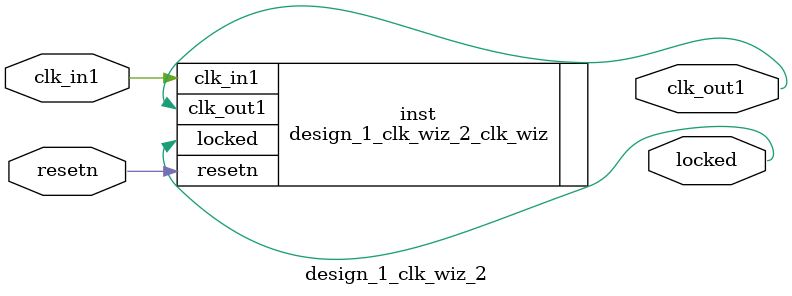
<source format=v>


`timescale 1ps/1ps

(* CORE_GENERATION_INFO = "design_1_clk_wiz_2,clk_wiz_v6_0_4_0_0,{component_name=design_1_clk_wiz_2,use_phase_alignment=true,use_min_o_jitter=false,use_max_i_jitter=false,use_dyn_phase_shift=false,use_inclk_switchover=false,use_dyn_reconfig=false,enable_axi=0,feedback_source=FDBK_AUTO,PRIMITIVE=MMCM,num_out_clk=1,clkin1_period=20.000,clkin2_period=10.0,use_power_down=false,use_reset=true,use_locked=true,use_inclk_stopped=false,feedback_type=SINGLE,CLOCK_MGR_TYPE=NA,manual_override=false}" *)

module design_1_clk_wiz_2 
 (
  // Clock out ports
  output        clk_out1,
  // Status and control signals
  input         resetn,
  output        locked,
 // Clock in ports
  input         clk_in1
 );

  design_1_clk_wiz_2_clk_wiz inst
  (
  // Clock out ports  
  .clk_out1(clk_out1),
  // Status and control signals               
  .resetn(resetn), 
  .locked(locked),
 // Clock in ports
  .clk_in1(clk_in1)
  );

endmodule

</source>
